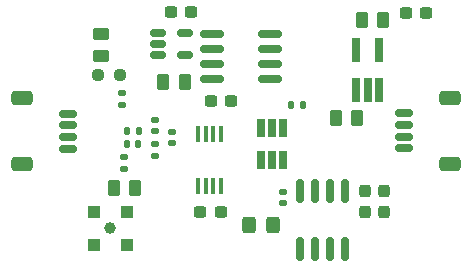
<source format=gbr>
%TF.GenerationSoftware,KiCad,Pcbnew,(6.0.4-0)*%
%TF.CreationDate,2023-02-24T14:50:30-07:00*%
%TF.ProjectId,howland,686f776c-616e-4642-9e6b-696361645f70,rev?*%
%TF.SameCoordinates,Original*%
%TF.FileFunction,Paste,Top*%
%TF.FilePolarity,Positive*%
%FSLAX46Y46*%
G04 Gerber Fmt 4.6, Leading zero omitted, Abs format (unit mm)*
G04 Created by KiCad (PCBNEW (6.0.4-0)) date 2023-02-24 14:50:30*
%MOMM*%
%LPD*%
G01*
G04 APERTURE LIST*
G04 Aperture macros list*
%AMRoundRect*
0 Rectangle with rounded corners*
0 $1 Rounding radius*
0 $2 $3 $4 $5 $6 $7 $8 $9 X,Y pos of 4 corners*
0 Add a 4 corners polygon primitive as box body*
4,1,4,$2,$3,$4,$5,$6,$7,$8,$9,$2,$3,0*
0 Add four circle primitives for the rounded corners*
1,1,$1+$1,$2,$3*
1,1,$1+$1,$4,$5*
1,1,$1+$1,$6,$7*
1,1,$1+$1,$8,$9*
0 Add four rect primitives between the rounded corners*
20,1,$1+$1,$2,$3,$4,$5,0*
20,1,$1+$1,$4,$5,$6,$7,0*
20,1,$1+$1,$6,$7,$8,$9,0*
20,1,$1+$1,$8,$9,$2,$3,0*%
G04 Aperture macros list end*
%ADD10RoundRect,0.147500X0.147500X0.172500X-0.147500X0.172500X-0.147500X-0.172500X0.147500X-0.172500X0*%
%ADD11RoundRect,0.250000X0.325000X0.450000X-0.325000X0.450000X-0.325000X-0.450000X0.325000X-0.450000X0*%
%ADD12RoundRect,0.147500X-0.172500X0.147500X-0.172500X-0.147500X0.172500X-0.147500X0.172500X0.147500X0*%
%ADD13RoundRect,0.147500X-0.147500X-0.172500X0.147500X-0.172500X0.147500X0.172500X-0.147500X0.172500X0*%
%ADD14RoundRect,0.150000X-0.625000X0.150000X-0.625000X-0.150000X0.625000X-0.150000X0.625000X0.150000X0*%
%ADD15RoundRect,0.250000X-0.650000X0.350000X-0.650000X-0.350000X0.650000X-0.350000X0.650000X0.350000X0*%
%ADD16RoundRect,0.237500X0.237500X-0.287500X0.237500X0.287500X-0.237500X0.287500X-0.237500X-0.287500X0*%
%ADD17RoundRect,0.150000X0.625000X-0.150000X0.625000X0.150000X-0.625000X0.150000X-0.625000X-0.150000X0*%
%ADD18RoundRect,0.250000X0.650000X-0.350000X0.650000X0.350000X-0.650000X0.350000X-0.650000X-0.350000X0*%
%ADD19R,0.450000X1.450000*%
%ADD20RoundRect,0.150000X-0.512500X-0.150000X0.512500X-0.150000X0.512500X0.150000X-0.512500X0.150000X0*%
%ADD21RoundRect,0.135000X-0.185000X0.135000X-0.185000X-0.135000X0.185000X-0.135000X0.185000X0.135000X0*%
%ADD22C,1.000000*%
%ADD23R,1.000000X1.000000*%
%ADD24R,0.650000X1.560000*%
%ADD25RoundRect,0.140000X0.170000X-0.140000X0.170000X0.140000X-0.170000X0.140000X-0.170000X-0.140000X0*%
%ADD26RoundRect,0.237500X0.250000X0.237500X-0.250000X0.237500X-0.250000X-0.237500X0.250000X-0.237500X0*%
%ADD27RoundRect,0.150000X0.150000X-0.825000X0.150000X0.825000X-0.150000X0.825000X-0.150000X-0.825000X0*%
%ADD28RoundRect,0.250000X-0.262500X-0.450000X0.262500X-0.450000X0.262500X0.450000X-0.262500X0.450000X0*%
%ADD29RoundRect,0.150000X0.825000X0.150000X-0.825000X0.150000X-0.825000X-0.150000X0.825000X-0.150000X0*%
%ADD30RoundRect,0.237500X-0.300000X-0.237500X0.300000X-0.237500X0.300000X0.237500X-0.300000X0.237500X0*%
%ADD31RoundRect,0.250000X0.262500X0.450000X-0.262500X0.450000X-0.262500X-0.450000X0.262500X-0.450000X0*%
%ADD32RoundRect,0.250000X-0.450000X0.262500X-0.450000X-0.262500X0.450000X-0.262500X0.450000X0.262500X0*%
%ADD33R,0.650000X2.000000*%
%ADD34RoundRect,0.237500X0.300000X0.237500X-0.300000X0.237500X-0.300000X-0.237500X0.300000X-0.237500X0*%
G04 APERTURE END LIST*
D10*
%TO.C,R5*%
X111250000Y-90550000D03*
X110280000Y-90550000D03*
%TD*%
%TO.C,R6*%
X111235000Y-91650000D03*
X110265000Y-91650000D03*
%TD*%
D11*
%TO.C,L1*%
X122660000Y-98450000D03*
X120610000Y-98450000D03*
%TD*%
D12*
%TO.C,C2*%
X112650000Y-89565000D03*
X112650000Y-90535000D03*
%TD*%
%TO.C,C3*%
X112650000Y-91650000D03*
X112650000Y-92620000D03*
%TD*%
%TO.C,C4*%
X114050000Y-90590000D03*
X114050000Y-91560000D03*
%TD*%
D13*
%TO.C,C5*%
X124165000Y-88350000D03*
X125135000Y-88350000D03*
%TD*%
D14*
%TO.C,J1*%
X105250000Y-89050000D03*
X105250000Y-90050000D03*
X105250000Y-91050000D03*
X105250000Y-92050000D03*
D15*
X101375000Y-93350000D03*
X101375000Y-87750000D03*
%TD*%
D16*
%TO.C,R1*%
X132050000Y-97375000D03*
X132050000Y-95625000D03*
%TD*%
%TO.C,R2*%
X130400000Y-97375000D03*
X130400000Y-95625000D03*
%TD*%
D17*
%TO.C,J2*%
X133750000Y-92000000D03*
X133750000Y-91000000D03*
X133750000Y-90000000D03*
X133750000Y-89000000D03*
D18*
X137625000Y-87700000D03*
X137625000Y-93300000D03*
%TD*%
D19*
%TO.C,U3*%
X118225000Y-90750000D03*
X117575000Y-90750000D03*
X116925000Y-90750000D03*
X116275000Y-90750000D03*
X116275000Y-95150000D03*
X116925000Y-95150000D03*
X117575000Y-95150000D03*
X118225000Y-95150000D03*
%TD*%
D20*
%TO.C,U6*%
X112912500Y-82200000D03*
X112912500Y-83150000D03*
X112912500Y-84100000D03*
X115187500Y-84100000D03*
X115187500Y-82200000D03*
%TD*%
D21*
%TO.C,R3*%
X109850000Y-87340000D03*
X109850000Y-88360000D03*
%TD*%
D22*
%TO.C,J3*%
X108850000Y-98750000D03*
D23*
X110250000Y-97350000D03*
X107450000Y-100150000D03*
X107450000Y-97350000D03*
X110250000Y-100150000D03*
%TD*%
D24*
%TO.C,U2*%
X121600000Y-93000000D03*
X122550000Y-93000000D03*
X123500000Y-93000000D03*
X123500000Y-90300000D03*
X122550000Y-90300000D03*
X121600000Y-90300000D03*
%TD*%
D25*
%TO.C,C1*%
X123450000Y-96630000D03*
X123450000Y-95670000D03*
%TD*%
D26*
%TO.C,R12*%
X109662500Y-85750000D03*
X107837500Y-85750000D03*
%TD*%
D27*
%TO.C,U1*%
X124945000Y-100525000D03*
X126215000Y-100525000D03*
X127485000Y-100525000D03*
X128755000Y-100525000D03*
X128755000Y-95575000D03*
X127485000Y-95575000D03*
X126215000Y-95575000D03*
X124945000Y-95575000D03*
%TD*%
D28*
%TO.C,R8*%
X130137500Y-81150000D03*
X131962500Y-81150000D03*
%TD*%
D29*
%TO.C,U5*%
X122425000Y-86155000D03*
X122425000Y-84885000D03*
X122425000Y-83615000D03*
X122425000Y-82345000D03*
X117475000Y-82345000D03*
X117475000Y-83615000D03*
X117475000Y-84885000D03*
X117475000Y-86155000D03*
%TD*%
D30*
%TO.C,C8*%
X117387500Y-87950000D03*
X119112500Y-87950000D03*
%TD*%
D31*
%TO.C,R11*%
X110962500Y-95350000D03*
X109137500Y-95350000D03*
%TD*%
D32*
%TO.C,R10*%
X108050000Y-82337500D03*
X108050000Y-84162500D03*
%TD*%
D31*
%TO.C,R7*%
X129762500Y-89450000D03*
X127937500Y-89450000D03*
%TD*%
%TO.C,R9*%
X115162500Y-86350000D03*
X113337500Y-86350000D03*
%TD*%
D33*
%TO.C,U4*%
X129700000Y-87060000D03*
X130650000Y-87060000D03*
X131600000Y-87060000D03*
X131600000Y-83640000D03*
X129700000Y-83640000D03*
%TD*%
D21*
%TO.C,R4*%
X110050000Y-92740000D03*
X110050000Y-93760000D03*
%TD*%
D34*
%TO.C,C6*%
X118212500Y-97350000D03*
X116487500Y-97350000D03*
%TD*%
D30*
%TO.C,C9*%
X113987500Y-80450000D03*
X115712500Y-80450000D03*
%TD*%
D34*
%TO.C,C7*%
X135612500Y-80550000D03*
X133887500Y-80550000D03*
%TD*%
M02*

</source>
